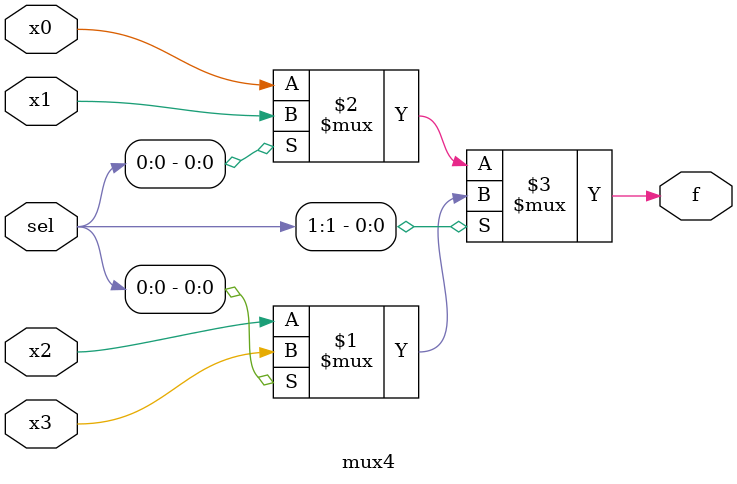
<source format=v>
/* * * * * * * * * * * * * * * * * * * * * * * * * * * * * * * * * * * * * * * 
 * Module: Multiplexer (4 inputs)                                            * 
 * Verilog style: Functional/Dataflow                                        * 
 * Author: Ricardo Menotti <menotti AT ufscar DOT br>                        * 
 * * * * * * * * * * * * * * * * * * * * * * * * * * * * * * * * * * * * * * */

module mux4(
  input [1:0] sel,
  input x0, x1, x2, x3,
  output f);
  assign f = sel[1] ? (sel[0] ? x3 : x2) : (sel[0] ? x1 : x0);
endmodule
</source>
